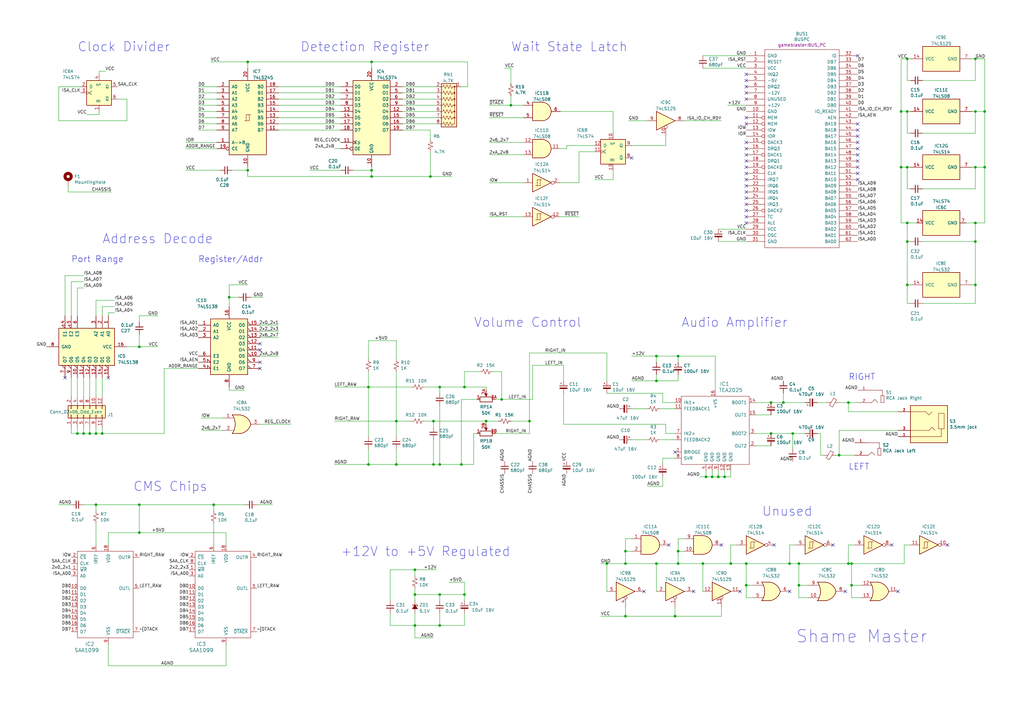
<source format=kicad_sch>
(kicad_sch (version 20211123) (generator eeschema)
  (paper "A3")
  (title_block (title "CT-1300C") (date "2023-02-07") (rev "1") (company "Derivative Labs, Inc."))
  (junction (at 199.39 172.72))
  (junction (at 400.05 116.84))
  (junction (at 269.24 231.14))
  (junction (at 152.4 69.85))
  (junction (at 372.11 24.13))
  (junction (at 256.54 252.73))
  (junction (at 190.5 243.84))
  (junction (at 349.25 240.03))
  (junction (at 87.63 207.01))
  (junction (at 400.05 24.13))
  (junction (at 248.92 231.14))
  (junction (at 400.05 99.06))
  (junction (at 288.29 231.14))
  (junction (at 209.55 43.18))
  (junction (at 276.86 252.73))
  (junction (at 299.72 231.14))
  (junction (at 294.64 195.58))
  (junction (at 369.57 68.58))
  (junction (at 180.34 256.54))
  (junction (at 316.23 177.8))
  (junction (at 152.4 72.39))
  (junction (at 306.07 240.03))
  (junction (at 57.15 207.01))
  (junction (at 327.66 240.03))
  (junction (at 256.54 231.14))
  (junction (at 369.57 45.72))
  (junction (at 400.05 91.44))
  (junction (at 101.6 69.85))
  (junction (at 400.05 68.58))
  (junction (at 177.8 172.72))
  (junction (at 347.98 165.1))
  (junction (at 57.15 218.44))
  (junction (at 344.17 186.69))
  (junction (at 31.75 177.8))
  (junction (at 349.25 231.14))
  (junction (at 189.23 190.5))
  (junction (at 217.17 172.72))
  (junction (at 180.34 243.84))
  (junction (at 292.1 195.58))
  (junction (at 321.31 165.1))
  (junction (at 325.12 177.8))
  (junction (at 278.13 226.06))
  (junction (at 316.23 165.1))
  (junction (at 57.15 142.24))
  (junction (at 39.37 207.01))
  (junction (at 327.66 231.14))
  (junction (at 39.37 177.8))
  (junction (at 151.13 158.75))
  (junction (at 372.11 99.06))
  (junction (at 372.11 116.84))
  (junction (at 403.86 68.58))
  (junction (at 101.6 25.4))
  (junction (at 297.18 195.58))
  (junction (at 176.53 72.39))
  (junction (at 170.18 256.54))
  (junction (at 170.18 233.68))
  (junction (at 269.24 146.05))
  (junction (at 278.13 146.05))
  (junction (at 180.34 158.75))
  (junction (at 306.07 231.14))
  (junction (at 256.54 226.06))
  (junction (at 278.13 231.14))
  (junction (at 177.8 190.5))
  (junction (at 162.56 190.5))
  (junction (at 323.85 231.14))
  (junction (at 372.11 45.72))
  (junction (at 372.11 68.58))
  (junction (at 180.34 190.5))
  (junction (at 162.56 172.72))
  (junction (at 41.91 177.8))
  (junction (at 151.13 190.5))
  (junction (at 269.24 156.21))
  (junction (at 205.74 163.83))
  (junction (at 34.29 177.8))
  (junction (at 190.5 158.75))
  (junction (at 372.11 91.44))
  (junction (at 170.18 243.84))
  (junction (at 152.4 25.4))
  (junction (at 400.05 45.72))
  (junction (at 36.83 177.8))
  (junction (at 93.98 121.92))
  (junction (at 289.56 195.58))
  (junction (at 347.98 231.14))
  (junction (at 403.86 45.72))
  (no_connect (at 346.71 242.57))
  (no_connect (at 106.68 140.97))
  (no_connect (at 351.79 55.88))
  (no_connect (at 276.86 185.42))
  (no_connect (at 306.07 88.9))
  (no_connect (at 306.07 63.5))
  (no_connect (at 295.91 223.52))
  (no_connect (at 351.79 68.58))
  (no_connect (at 306.07 35.56))
  (no_connect (at 306.07 48.26))
  (no_connect (at 351.79 63.5))
  (no_connect (at 303.53 242.57))
  (no_connect (at 306.07 68.58))
  (no_connect (at 351.79 53.34))
  (no_connect (at 306.07 91.44))
  (no_connect (at 351.79 71.12))
  (no_connect (at 306.07 33.02))
  (no_connect (at 351.79 66.04))
  (no_connect (at 306.07 78.74))
  (no_connect (at 351.79 60.96))
  (no_connect (at 306.07 81.28))
  (no_connect (at 368.3 242.57))
  (no_connect (at 306.07 71.12))
  (no_connect (at 306.07 50.8))
  (no_connect (at 306.07 76.2))
  (no_connect (at 351.79 58.42))
  (no_connect (at 306.07 73.66))
  (no_connect (at 306.07 38.1))
  (no_connect (at 317.5 223.52))
  (no_connect (at 306.07 30.48))
  (no_connect (at 306.07 86.36))
  (no_connect (at 365.76 223.52))
  (no_connect (at 306.07 58.42))
  (no_connect (at 274.32 223.52))
  (no_connect (at 341.63 223.52))
  (no_connect (at 306.07 66.04))
  (no_connect (at 351.79 22.86))
  (no_connect (at 259.08 64.77))
  (no_connect (at 306.07 60.96))
  (no_connect (at 264.16 242.57))
  (no_connect (at 106.68 143.51))
  (no_connect (at 306.07 40.64))
  (no_connect (at 351.79 50.8))
  (no_connect (at 44.45 154.94))
  (no_connect (at 26.67 154.94))
  (no_connect (at 351.79 73.66))
  (no_connect (at 388.62 223.52))
  (no_connect (at 306.07 83.82))
  (no_connect (at 323.85 242.57))
  (no_connect (at 106.68 148.59))
  (no_connect (at 284.48 242.57))
  (no_connect (at 106.68 151.13))
  (wire (pts (xy 180.34 251.46) (xy 180.34 256.54)))
  (wire (pts (xy 160.02 233.68) (xy 160.02 246.38)))
  (wire (pts (xy 306.07 231.14) (xy 306.07 240.03)))
  (wire (pts (xy 344.17 176.53) (xy 368.3 176.53)))
  (wire (pts (xy 152.4 68.58) (xy 152.4 69.85)))
  (wire (pts (xy 165.1 48.26) (xy 179.07 48.26)))
  (wire (pts (xy 81.28 45.72) (xy 88.9 45.72)))
  (wire (pts (xy 378.46 33.02) (xy 400.05 33.02)))
  (wire (pts (xy 162.56 172.72) (xy 162.56 179.07)))
  (wire (pts (xy 195.58 163.83) (xy 189.23 163.83)))
  (wire (pts (xy 190.5 158.75) (xy 190.5 152.4)))
  (wire (pts (xy 137.16 172.72) (xy 162.56 172.72)))
  (wire (pts (xy 309.88 177.8) (xy 316.23 177.8)))
  (wire (pts (xy 41.91 125.73) (xy 46.99 125.73)))
  (wire (pts (xy 265.43 199.39) (xy 271.78 199.39)))
  (wire (pts (xy 114.3 40.64) (xy 139.7 40.64)))
  (wire (pts (xy 347.98 168.91) (xy 368.3 168.91)))
  (wire (pts (xy 316.23 177.8) (xy 325.12 177.8)))
  (wire (pts (xy 44.45 273.05) (xy 92.71 273.05)))
  (wire (pts (xy 372.11 99.06) (xy 372.11 116.84)))
  (wire (pts (xy 398.78 116.84) (xy 400.05 116.84)))
  (wire (pts (xy 400.05 68.58) (xy 403.86 68.58)))
  (wire (pts (xy 92.71 218.44) (xy 92.71 223.52)))
  (wire (pts (xy 190.5 243.84) (xy 190.5 238.76)))
  (wire (pts (xy 243.84 73.66) (xy 251.46 73.66)))
  (wire (pts (xy 92.71 264.16) (xy 92.71 273.05)))
  (wire (pts (xy 276.86 165.1) (xy 271.78 165.1)))
  (wire (pts (xy 24.13 207.01) (xy 29.21 207.01)))
  (wire (pts (xy 152.4 25.4) (xy 191.77 25.4)))
  (wire (pts (xy 273.05 177.8) (xy 273.05 173.99)))
  (wire (pts (xy 57.15 132.08) (xy 57.15 129.54)))
  (wire (pts (xy 67.31 177.8) (xy 67.31 151.13)))
  (wire (pts (xy 378.46 77.47) (xy 400.05 77.47)))
  (wire (pts (xy 170.18 243.84) (xy 170.18 246.38)))
  (wire (pts (xy 168.91 172.72) (xy 162.56 172.72)))
  (wire (pts (xy 26.67 113.03) (xy 26.67 129.54)))
  (wire (pts (xy 114.3 35.56) (xy 139.7 35.56)))
  (wire (pts (xy 177.8 190.5) (xy 180.34 190.5)))
  (wire (pts (xy 229.87 88.9) (xy 237.49 88.9)))
  (wire (pts (xy 400.05 91.44) (xy 403.86 91.44)))
  (wire (pts (xy 378.46 54.61) (xy 400.05 54.61)))
  (wire (pts (xy 93.98 158.75) (xy 93.98 160.02)))
  (wire (pts (xy 218.44 163.83) (xy 218.44 149.86)))
  (wire (pts (xy 34.29 175.26) (xy 34.29 177.8)))
  (wire (pts (xy 170.18 236.22) (xy 170.18 233.68)))
  (wire (pts (xy 327.66 245.11) (xy 331.47 245.11)))
  (wire (pts (xy 180.34 158.75) (xy 180.34 161.29)))
  (wire (pts (xy 44.45 223.52) (xy 44.45 218.44)))
  (wire (pts (xy 321.31 165.1) (xy 321.31 161.29)))
  (wire (pts (xy 151.13 139.7) (xy 162.56 139.7)))
  (wire (pts (xy 165.1 43.18) (xy 179.07 43.18)))
  (wire (pts (xy 278.13 146.05) (xy 293.37 146.05)))
  (wire (pts (xy 173.99 158.75) (xy 180.34 158.75)))
  (wire (pts (xy 162.56 184.15) (xy 162.56 190.5)))
  (wire (pts (xy 259.08 226.06) (xy 256.54 226.06)))
  (wire (pts (xy 207.01 27.94) (xy 209.55 27.94)))
  (wire (pts (xy 321.31 165.1) (xy 330.2 165.1)))
  (wire (pts (xy 34.29 207.01) (xy 39.37 207.01)))
  (wire (pts (xy 373.38 223.52) (xy 370.84 223.52)))
  (wire (pts (xy 114.3 38.1) (xy 139.7 38.1)))
  (wire (pts (xy 373.38 24.13) (xy 372.11 24.13)))
  (wire (pts (xy 34.29 154.94) (xy 34.29 162.56)))
  (wire (pts (xy 173.99 172.72) (xy 177.8 172.72)))
  (wire (pts (xy 189.23 35.56) (xy 191.77 35.56)))
  (wire (pts (xy 52.07 40.64) (xy 52.07 49.53)))
  (wire (pts (xy 396.24 91.44) (xy 400.05 91.44)))
  (wire (pts (xy 205.74 163.83) (xy 218.44 163.83)))
  (wire (pts (xy 294.64 99.06) (xy 306.07 99.06)))
  (wire (pts (xy 162.56 139.7) (xy 162.56 147.32)))
  (wire (pts (xy 144.78 69.85) (xy 152.4 69.85)))
  (wire (pts (xy 180.34 158.75) (xy 190.5 158.75)))
  (wire (pts (xy 76.2 60.96) (xy 88.9 60.96)))
  (wire (pts (xy 398.78 68.58) (xy 400.05 68.58)))
  (wire (pts (xy 269.24 146.05) (xy 269.24 148.59)))
  (wire (pts (xy 259.08 180.34) (xy 265.43 180.34)))
  (wire (pts (xy 342.9 186.69) (xy 344.17 186.69)))
  (wire (pts (xy 189.23 163.83) (xy 189.23 190.5)))
  (wire (pts (xy 269.24 156.21) (xy 278.13 156.21)))
  (wire (pts (xy 288.29 231.14) (xy 299.72 231.14)))
  (wire (pts (xy 248.92 231.14) (xy 256.54 231.14)))
  (wire (pts (xy 349.25 245.11) (xy 353.06 245.11)))
  (wire (pts (xy 184.15 238.76) (xy 190.5 238.76)))
  (wire (pts (xy 372.11 68.58) (xy 373.38 68.58)))
  (wire (pts (xy 256.54 231.14) (xy 269.24 231.14)))
  (wire (pts (xy 137.16 190.5) (xy 151.13 190.5)))
  (wire (pts (xy 327.66 231.14) (xy 327.66 240.03)))
  (wire (pts (xy 256.54 248.92) (xy 256.54 252.73)))
  (wire (pts (xy 271.78 165.1) (xy 271.78 161.29)))
  (wire (pts (xy 308.61 240.03) (xy 306.07 240.03)))
  (wire (pts (xy 273.05 59.69) (xy 273.05 55.88)))
  (wire (pts (xy 344.17 186.69) (xy 344.17 176.53)))
  (wire (pts (xy 331.47 240.03) (xy 327.66 240.03)))
  (wire (pts (xy 400.05 45.72) (xy 403.86 45.72)))
  (wire (pts (xy 323.85 231.14) (xy 327.66 231.14)))
  (wire (pts (xy 52.07 142.24) (xy 57.15 142.24)))
  (wire (pts (xy 93.98 160.02) (xy 100.33 160.02)))
  (wire (pts (xy 271.78 195.58) (xy 271.78 199.39)))
  (wire (pts (xy 306.07 231.14) (xy 323.85 231.14)))
  (wire (pts (xy 195.58 177.8) (xy 194.31 177.8)))
  (wire (pts (xy 248.92 231.14) (xy 248.92 242.57)))
  (wire (pts (xy 403.86 24.13) (xy 403.86 45.72)))
  (wire (pts (xy 344.17 165.1) (xy 347.98 165.1)))
  (wire (pts (xy 106.68 135.89) (xy 114.3 135.89)))
  (wire (pts (xy 229.87 45.72) (xy 251.46 45.72)))
  (wire (pts (xy 276.86 187.96) (xy 271.78 187.96)))
  (wire (pts (xy 400.05 116.84) (xy 400.05 99.06)))
  (wire (pts (xy 101.6 68.58) (xy 101.6 69.85)))
  (wire (pts (xy 271.78 187.96) (xy 271.78 190.5)))
  (wire (pts (xy 372.11 68.58) (xy 372.11 77.47)))
  (wire (pts (xy 40.64 29.21) (xy 43.18 29.21)))
  (wire (pts (xy 372.11 45.72) (xy 372.11 54.61)))
  (wire (pts (xy 165.1 45.72) (xy 179.07 45.72)))
  (wire (pts (xy 67.31 151.13) (xy 81.28 151.13)))
  (wire (pts (xy 165.1 53.34) (xy 176.53 53.34)))
  (wire (pts (xy 349.25 240.03) (xy 349.25 231.14)))
  (wire (pts (xy 151.13 147.32) (xy 151.13 139.7)))
  (wire (pts (xy 369.57 68.58) (xy 372.11 68.58)))
  (wire (pts (xy 229.87 74.93) (xy 237.49 74.93)))
  (wire (pts (xy 160.02 251.46) (xy 160.02 256.54)))
  (wire (pts (xy 162.56 152.4) (xy 162.56 172.72)))
  (wire (pts (xy 31.75 118.11) (xy 34.29 118.11)))
  (wire (pts (xy 309.88 182.88) (xy 316.23 182.88)))
  (wire (pts (xy 151.13 152.4) (xy 151.13 158.75)))
  (wire (pts (xy 293.37 160.02) (xy 293.37 146.05)))
  (wire (pts (xy 372.11 45.72) (xy 373.38 45.72)))
  (wire (pts (xy 232.41 60.96) (xy 232.41 59.69)))
  (wire (pts (xy 39.37 154.94) (xy 39.37 162.56)))
  (wire (pts (xy 369.57 45.72) (xy 369.57 68.58)))
  (wire (pts (xy 102.87 121.92) (xy 107.95 121.92)))
  (wire (pts (xy 44.45 129.54) (xy 44.45 128.27)))
  (wire (pts (xy 165.1 35.56) (xy 179.07 35.56)))
  (wire (pts (xy 309.88 165.1) (xy 316.23 165.1)))
  (wire (pts (xy 259.08 220.98) (xy 256.54 220.98)))
  (wire (pts (xy 177.8 180.34) (xy 177.8 190.5)))
  (wire (pts (xy 209.55 172.72) (xy 217.17 172.72)))
  (wire (pts (xy 256.54 220.98) (xy 256.54 226.06)))
  (wire (pts (xy 41.91 129.54) (xy 41.91 125.73)))
  (wire (pts (xy 57.15 207.01) (xy 39.37 207.01)))
  (wire (pts (xy 27.94 76.2) (xy 27.94 78.74)))
  (wire (pts (xy 190.5 256.54) (xy 180.34 256.54)))
  (wire (pts (xy 298.45 43.18) (xy 306.07 43.18)))
  (wire (pts (xy 190.5 158.75) (xy 199.39 158.75)))
  (wire (pts (xy 372.11 116.84) (xy 372.11 124.46)))
  (wire (pts (xy 33.02 35.56) (xy 24.13 35.56)))
  (wire (pts (xy 203.2 177.8) (xy 217.17 177.8)))
  (wire (pts (xy 372.11 33.02) (xy 373.38 33.02)))
  (wire (pts (xy 280.67 49.53) (xy 295.91 49.53)))
  (wire (pts (xy 276.86 248.92) (xy 276.86 252.73)))
  (wire (pts (xy 165.1 40.64) (xy 179.07 40.64)))
  (wire (pts (xy 101.6 25.4) (xy 152.4 25.4)))
  (wire (pts (xy 325.12 177.8) (xy 325.12 184.15)))
  (wire (pts (xy 353.06 240.03) (xy 349.25 240.03)))
  (wire (pts (xy 218.44 149.86) (xy 231.14 149.86)))
  (wire (pts (xy 400.05 33.02) (xy 400.05 24.13)))
  (wire (pts (xy 278.13 146.05) (xy 269.24 146.05)))
  (wire (pts (xy 29.21 177.8) (xy 31.75 177.8)))
  (wire (pts (xy 39.37 123.19) (xy 46.99 123.19)))
  (wire (pts (xy 162.56 190.5) (xy 151.13 190.5)))
  (wire (pts (xy 269.24 153.67) (xy 269.24 156.21)))
  (wire (pts (xy 400.05 124.46) (xy 400.05 116.84)))
  (wire (pts (xy 87.63 209.55) (xy 87.63 207.01)))
  (wire (pts (xy 378.46 124.46) (xy 400.05 124.46)))
  (wire (pts (xy 372.11 124.46) (xy 373.38 124.46)))
  (wire (pts (xy 93.98 116.84) (xy 101.6 116.84)))
  (wire (pts (xy 398.78 45.72) (xy 400.05 45.72)))
  (wire (pts (xy 325.12 177.8) (xy 330.2 177.8)))
  (wire (pts (xy 205.74 152.4) (xy 205.74 163.83)))
  (wire (pts (xy 201.93 152.4) (xy 205.74 152.4)))
  (wire (pts (xy 114.3 43.18) (xy 139.7 43.18)))
  (wire (pts (xy 306.07 245.11) (xy 308.61 245.11)))
  (wire (pts (xy 200.66 63.5) (xy 214.63 63.5)))
  (wire (pts (xy 29.21 175.26) (xy 29.21 177.8)))
  (wire (pts (xy 190.5 243.84) (xy 190.5 246.38)))
  (wire (pts (xy 246.38 231.14) (xy 248.92 231.14)))
  (wire (pts (xy 273.05 173.99) (xy 231.14 173.99)))
  (wire (pts (xy 176.53 53.34) (xy 176.53 57.15)))
  (wire (pts (xy 269.24 231.14) (xy 278.13 231.14)))
  (wire (pts (xy 81.28 35.56) (xy 88.9 35.56)))
  (wire (pts (xy 400.05 77.47) (xy 400.05 68.58)))
  (wire (pts (xy 299.72 193.04) (xy 299.72 195.58)))
  (wire (pts (xy 24.13 35.56) (xy 24.13 49.53)))
  (wire (pts (xy 189.23 190.5) (xy 194.31 190.5)))
  (wire (pts (xy 336.55 177.8) (xy 336.55 186.69)))
  (wire (pts (xy 114.3 50.8) (xy 139.7 50.8)))
  (wire (pts (xy 259.08 59.69) (xy 273.05 59.69)))
  (wire (pts (xy 400.05 54.61) (xy 400.05 45.72)))
  (wire (pts (xy 378.46 99.06) (xy 400.05 99.06)))
  (wire (pts (xy 237.49 62.23) (xy 243.84 62.23)))
  (wire (pts (xy 194.31 177.8) (xy 194.31 190.5)))
  (wire (pts (xy 106.68 138.43) (xy 114.3 138.43)))
  (wire (pts (xy 176.53 72.39) (xy 185.42 72.39)))
  (wire (pts (xy 309.88 170.18) (xy 316.23 170.18)))
  (wire (pts (xy 259.08 146.05) (xy 269.24 146.05)))
  (wire (pts (xy 276.86 177.8) (xy 273.05 177.8)))
  (wire (pts (xy 372.11 91.44) (xy 375.92 91.44)))
  (wire (pts (xy 398.78 24.13) (xy 400.05 24.13)))
  (wire (pts (xy 191.77 25.4) (xy 191.77 35.56)))
  (wire (pts (xy 31.75 177.8) (xy 34.29 177.8)))
  (wire (pts (xy 36.83 154.94) (xy 36.83 162.56)))
  (wire (pts (xy 288.29 27.94) (xy 306.07 27.94)))
  (wire (pts (xy 177.8 190.5) (xy 162.56 190.5)))
  (wire (pts (xy 323.85 223.52) (xy 323.85 231.14)))
  (wire (pts (xy 270.51 167.64) (xy 276.86 167.64)))
  (wire (pts (xy 101.6 72.39) (xy 152.4 72.39)))
  (wire (pts (xy 288.29 22.86) (xy 306.07 22.86)))
  (wire (pts (xy 44.45 218.44) (xy 57.15 218.44)))
  (wire (pts (xy 297.18 193.04) (xy 297.18 195.58)))
  (wire (pts (xy 101.6 69.85) (xy 101.6 72.39)))
  (wire (pts (xy 86.36 25.4) (xy 101.6 25.4)))
  (wire (pts (xy 44.45 264.16) (xy 44.45 273.05)))
  (wire (pts (xy 257.81 49.53) (xy 265.43 49.53)))
  (wire (pts (xy 39.37 214.63) (xy 39.37 223.52)))
  (wire (pts (xy 177.8 172.72) (xy 199.39 172.72)))
  (wire (pts (xy 369.57 45.72) (xy 372.11 45.72)))
  (wire (pts (xy 170.18 256.54) (xy 170.18 251.46)))
  (wire (pts (xy 57.15 218.44) (xy 92.71 218.44)))
  (wire (pts (xy 270.51 180.34) (xy 276.86 180.34)))
  (wire (pts (xy 190.5 251.46) (xy 190.5 256.54)))
  (wire (pts (xy 200.66 48.26) (xy 214.63 48.26)))
  (wire (pts (xy 40.64 45.72) (xy 40.64 46.99)))
  (wire (pts (xy 299.72 231.14) (xy 306.07 231.14)))
  (wire (pts (xy 209.55 34.29) (xy 209.55 27.94)))
  (wire (pts (xy 170.18 233.68) (xy 179.07 233.68)))
  (wire (pts (xy 81.28 38.1) (xy 88.9 38.1)))
  (wire (pts (xy 302.26 223.52) (xy 299.72 223.52)))
  (wire (pts (xy 269.24 231.14) (xy 269.24 242.57)))
  (wire (pts (xy 209.55 43.18) (xy 214.63 43.18)))
  (wire (pts (xy 297.18 195.58) (xy 294.64 195.58)))
  (wire (pts (xy 278.13 226.06) (xy 280.67 226.06)))
  (wire (pts (xy 316.23 165.1) (xy 321.31 165.1)))
  (wire (pts (xy 292.1 195.58) (xy 289.56 195.58)))
  (wire (pts (xy 29.21 154.94) (xy 29.21 162.56)))
  (wire (pts (xy 209.55 39.37) (xy 209.55 43.18)))
  (wire (pts (xy 101.6 27.94) (xy 101.6 25.4)))
  (wire (pts (xy 217.17 144.78) (xy 248.92 144.78)))
  (wire (pts (xy 27.94 78.74) (xy 45.72 78.74)))
  (wire (pts (xy 114.3 53.34) (xy 139.7 53.34)))
  (wire (pts (xy 39.37 129.54) (xy 39.37 123.19)))
  (wire (pts (xy 87.63 207.01) (xy 100.33 207.01)))
  (wire (pts (xy 106.68 133.35) (xy 114.3 133.35)))
  (wire (pts (xy 180.34 243.84) (xy 180.34 246.38)))
  (wire (pts (xy 403.86 45.72) (xy 403.86 68.58)))
  (wire (pts (xy 180.34 256.54) (xy 170.18 256.54)))
  (wire (pts (xy 57.15 129.54) (xy 64.77 129.54)))
  (wire (pts (xy 87.63 214.63) (xy 87.63 223.52)))
  (wire (pts (xy 369.57 68.58) (xy 369.57 91.44)))
  (wire (pts (xy 200.66 74.93) (xy 214.63 74.93)))
  (wire (pts (xy 259.08 167.64) (xy 265.43 167.64)))
  (wire (pts (xy 82.55 176.53) (xy 91.44 176.53)))
  (wire (pts (xy 231.14 173.99) (xy 231.14 161.29)))
  (wire (pts (xy 347.98 165.1) (xy 347.98 168.91)))
  (wire (pts (xy 106.68 173.99) (xy 119.38 173.99)))
  (wire (pts (xy 81.28 50.8) (xy 88.9 50.8)))
  (wire (pts (xy 292.1 193.04) (xy 292.1 195.58)))
  (wire (pts (xy 31.75 129.54) (xy 31.75 118.11)))
  (wire (pts (xy 168.91 158.75) (xy 151.13 158.75)))
  (wire (pts (xy 271.78 161.29) (xy 248.92 161.29)))
  (wire (pts (xy 350.52 223.52) (xy 347.98 223.52)))
  (wire (pts (xy 40.64 30.48) (xy 40.64 29.21)))
  (wire (pts (xy 170.18 233.68) (xy 160.02 233.68)))
  (wire (pts (xy 152.4 69.85) (xy 152.4 72.39)))
  (wire (pts (xy 29.21 115.57) (xy 29.21 129.54)))
  (wire (pts (xy 31.75 154.94) (xy 31.75 162.56)))
  (wire (pts (xy 76.2 69.85) (xy 90.17 69.85)))
  (wire (pts (xy 294.64 193.04) (xy 294.64 195.58)))
  (wire (pts (xy 372.11 99.06) (xy 373.38 99.06)))
  (wire (pts (xy 170.18 256.54) (xy 170.18 261.62)))
  (wire (pts (xy 36.83 175.26) (xy 36.83 177.8)))
  (wire (pts (xy 369.57 91.44) (xy 372.11 91.44)))
  (wire (pts (xy 39.37 207.01) (xy 39.37 209.55)))
  (wire (pts (xy 256.54 252.73) (xy 276.86 252.73)))
  (wire (pts (xy 176.53 62.23) (xy 176.53 72.39)))
  (wire (pts (xy 200.66 43.18) (xy 209.55 43.18)))
  (wire (pts (xy 76.2 58.42) (xy 88.9 58.42)))
  (wire (pts (xy 190.5 152.4) (xy 196.85 152.4)))
  (wire (pts (xy 199.39 172.72) (xy 204.47 172.72)))
  (wire (pts (xy 57.15 137.16) (xy 57.15 142.24)))
  (wire (pts (xy 114.3 45.72) (xy 139.7 45.72)))
  (wire (pts (xy 344.17 186.69) (xy 350.52 186.69)))
  (wire (pts (xy 41.91 175.26) (xy 41.91 177.8)))
  (wire (pts (xy 34.29 177.8) (xy 36.83 177.8)))
  (wire (pts (xy 152.4 72.39) (xy 176.53 72.39)))
  (wire (pts (xy 372.11 24.13) (xy 372.11 33.02)))
  (wire (pts (xy 203.2 163.83) (xy 205.74 163.83)))
  (wire (pts (xy 369.57 24.13) (xy 369.57 45.72)))
  (wire (pts (xy 251.46 73.66) (xy 251.46 69.85)))
  (wire (pts (xy 299.72 223.52) (xy 299.72 231.14)))
  (wire (pts (xy 327.66 240.03) (xy 327.66 245.11)))
  (wire (pts (xy 151.13 158.75) (xy 151.13 179.07)))
  (wire (pts (xy 278.13 146.05) (xy 278.13 148.59)))
  (wire (pts (xy 259.08 156.21) (xy 269.24 156.21)))
  (wire (pts (xy 48.26 40.64) (xy 52.07 40.64)))
  (wire (pts (xy 180.34 243.84) (xy 190.5 243.84)))
  (wire (pts (xy 347.98 223.52) (xy 347.98 231.14)))
  (wire (pts (xy 306.07 240.03) (xy 306.07 245.11)))
  (wire (pts (xy 165.1 50.8) (xy 179.07 50.8)))
  (wire (pts (xy 294.64 93.98) (xy 306.07 93.98)))
  (wire (pts (xy 127 69.85) (xy 139.7 69.85)))
  (wire (pts (xy 295.91 248.92) (xy 295.91 252.73)))
  (wire (pts (xy 93.98 121.92) (xy 93.98 116.84)))
  (wire (pts (xy 39.37 175.26) (xy 39.37 177.8)))
  (wire (pts (xy 288.29 231.14) (xy 288.29 242.57)))
  (wire (pts (xy 372.11 91.44) (xy 372.11 99.06)))
  (wire (pts (xy 200.66 58.42) (xy 214.63 58.42)))
  (wire (pts (xy 93.98 125.73) (xy 93.98 121.92)))
  (wire (pts (xy 246.38 252.73) (xy 256.54 252.73)))
  (wire (pts (xy 289.56 193.04) (xy 289.56 195.58)))
  (wire (pts (xy 372.11 116.84) (xy 373.38 116.84)))
  (wire (pts (xy 152.4 25.4) (xy 152.4 27.94)))
  (wire (pts (xy 335.28 177.8) (xy 336.55 177.8)))
  (wire (pts (xy 327.66 231.14) (xy 347.98 231.14)))
  (wire (pts (xy 29.21 115.57) (xy 34.29 115.57)))
  (wire (pts (xy 177.8 172.72) (xy 177.8 175.26)))
  (wire (pts (xy 349.25 240.03) (xy 349.25 245.11)))
  (wire (pts (xy 93.98 121.92) (xy 97.79 121.92)))
  (wire (pts (xy 231.14 156.21) (xy 231.14 149.86)))
  (wire (pts (xy 41.91 177.8) (xy 67.31 177.8)))
  (wire (pts (xy 137.16 60.96) (xy 139.7 60.96)))
  (wire (pts (xy 31.75 175.26) (xy 31.75 177.8)))
  (wire (pts (xy 35.56 46.99) (xy 40.64 46.99)))
  (wire (pts (xy 229.87 60.96) (xy 232.41 60.96)))
  (wire (pts (xy 170.18 261.62) (xy 177.8 261.62)))
  (wire (pts (xy 81.28 40.64) (xy 88.9 40.64)))
  (wire (pts (xy 347.98 165.1) (xy 351.79 165.1)))
  (wire (pts (xy 57.15 207.01) (xy 57.15 218.44)))
  (wire (pts (xy 81.28 48.26) (xy 88.9 48.26)))
  (wire (pts (xy 248.92 156.21) (xy 248.92 144.78)))
  (wire (pts (xy 217.17 172.72) (xy 217.17 177.8)))
  (wire (pts (xy 336.55 186.69) (xy 337.82 186.69)))
  (wire (pts (xy 114.3 48.26) (xy 139.7 48.26)))
  (wire (pts (xy 400.05 24.13) (xy 403.86 24.13)))
  (wire (pts (xy 347.98 231.14) (xy 349.25 231.14)))
  (wire (pts (xy 39.37 177.8) (xy 41.91 177.8)))
  (wire (pts (xy 370.84 223.52) (xy 370.84 231.14)))
  (wire (pts (xy 232.41 59.69) (xy 243.84 59.69)))
  (wire (pts (xy 278.13 231.14) (xy 288.29 231.14)))
  (wire (pts (xy 276.86 252.73) (xy 295.91 252.73)))
  (wire (pts (xy 199.39 172.72) (xy 199.39 173.99)))
  (wire (pts (xy 82.55 171.45) (xy 91.44 171.45)))
  (wire (pts (xy 57.15 207.01) (xy 87.63 207.01)))
  (wire (pts (xy 36.83 177.8) (xy 39.37 177.8)))
  (wire (pts (xy 180.34 166.37) (xy 180.34 190.5)))
  (wire (pts (xy 44.45 128.27) (xy 46.99 128.27)))
  (wire (pts (xy 217.17 144.78) (xy 217.17 172.72)))
  (wire (pts (xy 372.11 24.13) (xy 369.57 24.13)))
  (wire (pts (xy 26.67 113.03) (xy 34.29 113.03)))
  (wire (pts (xy 372.11 77.47) (xy 373.38 77.47)))
  (wire (pts (xy 335.28 165.1) (xy 339.09 165.1)))
  (wire (pts (xy 180.34 190.5) (xy 189.23 190.5)))
  (wire (pts (xy 326.39 223.52) (xy 323.85 223.52)))
  (wire (pts (xy 294.64 195.58) (xy 292.1 195.58)))
  (wire (pts (xy 280.67 220.98) (xy 278.13 220.98)))
  (wire (pts (xy 81.28 53.34) (xy 88.9 53.34)))
  (wire (pts (xy 151.13 190.5) (xy 151.13 184.15)))
  (wire (pts (xy 237.49 74.93) (xy 237.49 62.23)))
  (wire (pts (xy 170.18 243.84) (xy 180.34 243.84)))
  (wire (pts (xy 200.66 88.9) (xy 214.63 88.9)))
  (wire (pts (xy 81.28 43.18) (xy 88.9 43.18)))
  (wire (pts (xy 256.54 226.06) (xy 256.54 231.14)))
  (wire (pts (xy 251.46 45.72) (xy 251.46 54.61)))
  (wire (pts (xy 41.91 154.94) (xy 41.91 162.56)))
  (wire (pts (xy 57.15 142.24) (xy 64.77 142.24)))
  (wire (pts (xy 160.02 256.54) (xy 170.18 256.54)))
  (wire (pts (xy 199.39 158.75) (xy 199.39 160.02)))
  (wire (pts (xy 349.25 231.14) (xy 370.84 231.14)))
  (wire (pts (xy 137.16 158.75) (xy 151.13 158.75)))
  (wire (pts (xy 289.56 195.58) (xy 287.02 195.58)))
  (wire (pts (xy 372.11 54.61) (xy 373.38 54.61)))
  (wire (pts (xy 278.13 156.21) (xy 278.13 153.67)))
  (wire (pts (xy 105.41 207.01) (xy 111.76 207.01)))
  (wire (pts (xy 278.13 220.98) (xy 278.13 226.06)))
  (wire (pts (xy 24.13 49.53) (xy 52.07 49.53)))
  (wire (pts (xy 400.05 99.06) (xy 400.05 91.44)))
  (wire (pts (xy 106.68 146.05) (xy 114.3 146.05)))
  (wire (pts (xy 403.86 68.58) (xy 403.86 91.44)))
  (wire (pts (xy 278.13 226.06) (xy 278.13 231.14)))
  (wire (pts (xy 95.25 69.85) (xy 101.6 69.85)))
  (wire (pts (xy 170.18 241.3) (xy 170.18 243.84)))
  (wire (pts (xy 165.1 38.1) (xy 179.07 38.1)))
  (wire (pts (xy 299.72 195.58) (xy 297.18 195.58)))
  (text "Register/Addr" (at 81.28 107.95 0) (effects (font (size 2.54 2.54)) (justify left bottom)))
  (text "Port Range" (at 29.21 107.95 0) (effects (font (size 2.54 2.54)) (justify left bottom)))
  (text "Wait State Latch" (at 209.55 21.59 0) (effects (font (size 3.81 3.81)) (justify left bottom)))
  (text "Detection Register" (at 123.19 21.59 0) (effects (font (size 3.81 3.81)) (justify left bottom)))
  (text "Shame Master" (at 326.39 264.16 0) (effects (font (size 5.08 5.08)) (justify left bottom)))
  (text "Volume Control" (at 194.31 134.62 0) (effects (font (size 3.81 3.81)) (justify left bottom)))
  (text "+12V to +5V Regulated" (at 139.7 228.6 0) (effects (font (size 3.81 3.81)) (justify left bottom)))
  (text "Address Decode" (at 41.91 100.33 0) (effects (font (size 3.81 3.81)) (justify left bottom)))
  (text "LEFT" (at 347.98 193.04 0) (effects (font (size 2.54 2.54)) (justify left bottom)))
  (text "RIGHT" (at 347.98 156.21 0) (effects (font (size 2.54 2.54)) (justify left bottom)))
  (text "Clock Divider" (at 31.75 21.59 0) (effects (font (size 3.81 3.81)) (justify left bottom)))
  (text "CMS Chips" (at 54.61 201.93 0) (effects (font (size 3.81 3.81)) (justify left bottom)))
  (text "Audio Amplifier" (at 279.4 134.62 0) (effects (font (size 3.81 3.81)) (justify left bottom)))
  (text "Unused" (at 312.42 212.09 0) (effects (font (size 3.81 3.81)) (justify left bottom)))
  (label "DB6" (at 29.21 256.54 180))
  (label "VCC" (at 243.84 73.66 0))
  (label "GND" (at 100.33 160.02 180))
  (label "ISA_A00" (at 29.21 236.22 180))
  (label "+5VD" (at 62.23 218.44 0))
  (label "DB3" (at 77.47 248.92 180))
  (label "IOR" (at 306.07 55.88 180))
  (label "DB4" (at 29.21 251.46 180))
  (label "AGND" (at 254 167.64 180))
  (label "2xA_2xB" (at 114.3 146.05 180))
  (label "AGND" (at 325.12 189.23 180))
  (label "IOW" (at 77.47 228.6 180))
  (label "ISA_A09" (at 351.79 76.2 0))
  (label "ISA_A09" (at 34.29 118.11 0))
  (label "ISA_AEN" (at 351.79 48.26 0))
  (label "LEFT_RAW" (at 137.16 158.75 0))
  (label "AGND" (at 24.13 207.01 0))
  (label "ISA_A06" (at 351.79 83.82 0))
  (label "D4" (at 351.79 33.02 0))
  (label "IOW" (at 306.07 53.34 180))
  (label "ISA_A06" (at 46.99 123.19 0))
  (label "ISA_AEN" (at 81.28 148.59 180))
  (label "LEFT_RAW" (at 57.15 241.3 0))
  (label "VCC" (at 246.38 252.73 0))
  (label "VCC" (at 76.2 69.85 0))
  (label "DB0" (at 133.35 35.56 0))
  (label "DB1" (at 133.35 38.1 0))
  (label "D0" (at 351.79 43.18 0))
  (label "AGND" (at 254 180.34 180))
  (label "~{DTACK}" (at 200.66 43.18 0))
  (label "DB7" (at 77.47 259.08 180))
  (label "2x0_2x1" (at 29.21 233.68 180))
  (label "D2" (at 351.79 38.1 0))
  (label "ISA_RST" (at 306.07 25.4 180))
  (label "D7" (at 351.79 25.4 0))
  (label "D7" (at 81.28 53.34 0))
  (label "SAA_CLK" (at 48.26 35.56 0))
  (label "LEFT_RAW" (at 105.41 241.3 0))
  (label "D1" (at 351.79 40.64 0))
  (label "AGND" (at 111.76 207.01 180))
  (label "VCC" (at 306.07 93.98 180))
  (label "DB5" (at 166.37 48.26 0))
  (label "ISA_A08" (at 351.79 78.74 0))
  (label "DB7" (at 166.37 53.34 0))
  (label "GND" (at 306.07 22.86 180))
  (label "VCC" (at 232.41 189.23 90))
  (label "ISA_A07" (at 351.79 81.28 0))
  (label "AGND" (at 232.41 194.31 270))
  (label "DB4" (at 166.37 45.72 0))
  (label "ISA_A02" (at 81.28 135.89 180))
  (label "DB6" (at 77.47 256.54 180))
  (label "VCC" (at 101.6 116.84 180))
  (label "DB2" (at 133.35 40.64 0))
  (label "ISA_A03" (at 81.28 138.43 180))
  (label "ISA_A00" (at 351.79 99.06 0))
  (label "GND" (at 306.07 99.06 180))
  (label "DB0" (at 77.47 241.3 180))
  (label "AGND" (at 351.79 160.02 180))
  (label "ISA_A03" (at 351.79 91.44 0))
  (label "DB2" (at 29.21 246.38 180))
  (label "CHASSIS" (at 45.72 78.74 180))
  (label "DB0" (at 166.37 35.56 0))
  (label "ISA_A05" (at 46.99 125.73 0))
  (label "2x6_2x7" (at 114.3 138.43 180))
  (label "GND" (at 246.38 231.14 0))
  (label "ISA_A01" (at 351.79 96.52 0))
  (label "AGND" (at 259.08 156.21 0))
  (label "VCC" (at 35.56 46.99 180))
  (label "DB5" (at 77.47 254 180))
  (label "RIGHT_RAW" (at 105.41 228.6 0))
  (label "AGND" (at 321.31 156.21 180))
  (label "ISA_A04" (at 46.99 128.27 0))
  (label "DB0" (at 29.21 241.3 180))
  (label "DB3" (at 133.35 43.18 0))
  (label "2x2_2x3" (at 77.47 233.68 180))
  (label "DB1" (at 29.21 243.84 180))
  (label "D2" (at 81.28 40.64 0))
  (label "ISA_A05" (at 351.79 86.36 0))
  (label "GND" (at 19.05 142.24 180))
  (label "AGND" (at 207.01 189.23 90))
  (label "+12V" (at 259.08 146.05 0))
  (label "GND" (at 306.07 45.72 180))
  (label "GND" (at 400.05 24.13 0))
  (label "D3" (at 81.28 43.18 0))
  (label "D0" (at 81.28 35.56 0))
  (label "VCC" (at 64.77 142.24 180))
  (label "DB4" (at 77.47 251.46 180))
  (label "GND" (at 185.42 72.39 180))
  (label "+12V" (at 179.07 233.68 180))
  (label "ISA_A04" (at 351.79 88.9 0))
  (label "VCC" (at 207.01 27.94 0))
  (label "ISA_CLK" (at 306.07 96.52 180))
  (label "REG_CLOCK" (at 139.7 58.42 180))
  (label "DB6" (at 133.35 50.8 0))
  (label "DB7" (at 133.35 53.34 0))
  (label "D1" (at 81.28 38.1 0))
  (label "DB3" (at 29.21 248.92 180))
  (label "LEFT_IN" (at 215.9 163.83 180))
  (label "ADDR_RANGE" (at 81.28 151.13 180))
  (label "DB6" (at 166.37 50.8 0))
  (label "D4" (at 81.28 45.72 0))
  (label "2x2_2x3" (at 114.3 135.89 180))
  (label "2x6_2x7" (at 82.55 176.53 0))
  (label "CHASSIS" (at 207.01 194.31 270))
  (label "IOW" (at 29.21 228.6 180))
  (label "VCC" (at 306.07 27.94 180))
  (label "GND" (at 107.95 121.92 180))
  (label "SAA_CLK" (at 77.47 231.14 180))
  (label "DB2" (at 77.47 246.38 180))
  (label "AGND" (at 265.43 199.39 0))
  (label "REG_CLOCK" (at 119.38 173.99 180))
  (label "ISA_IO_CH_RDY" (at 295.91 49.53 180))
  (label "AGND" (at 66.04 273.05 0))
  (label "RIGHT_RAW" (at 57.15 228.6 0))
  (label "D5" (at 81.28 48.26 0))
  (label "IOW" (at 82.55 171.45 0))
  (label "ISA_A02" (at 351.79 93.98 0))
  (label "DB4" (at 133.35 45.72 0))
  (label "ISA_A07" (at 34.29 115.57 0))
  (label "DB5" (at 29.21 254 180))
  (label "D5" (at 351.79 30.48 0))
  (label "~{DTACK" (at 57.15 259.08 0))
  (label "+12V" (at 298.45 43.18 0))
  (label "IOW" (at 200.66 74.93 0))
  (label "DB7" (at 29.21 259.08 180))
  (label "ISA_RST" (at 200.66 88.9 0))
  (label "VCC" (at 86.36 25.4 0))
  (label "DB1" (at 77.47 243.84 180))
  (label "ISA_A01" (at 81.28 133.35 180))
  (label "~{RESET}" (at 237.49 88.9 180))
  (label "VCC" (at 127 69.85 0))
  (label "2x6_2x7" (at 200.66 58.42 0))
  (label "2xA_2xB" (at 137.16 60.96 180))
  (label "+5VD" (at 184.15 238.76 0))
  (label "CHASSIS" (at 218.44 194.31 270))
  (label "DB3" (at 166.37 43.18 0))
  (label "GND" (at 64.77 129.54 180))
  (label "AGND" (at 218.44 189.23 90))
  (label "ISA_CLK" (at 33.02 38.1 180))
  (label "AGND" (at 287.02 195.58 180))
  (label "VCC" (at 372.11 24.13 180))
  (label "D3" (at 351.79 35.56 0))
  (label "~{DTACK" (at 105.41 259.08 0))
  (label "DB2" (at 166.37 40.64 0))
  (label "GND" (at 257.81 49.53 0))
  (label "2xA_2xB" (at 200.66 63.5 0))
  (label "D6" (at 81.28 50.8 0))
  (label "+5VD" (at 153.67 139.7 0))
  (label "AGND" (at 177.8 261.62 180))
  (label "ADDR_RANGE" (at 76.2 60.96 0))
  (label "RIGHT_IN" (at 223.52 144.78 0))
  (label "DB5" (at 133.35 48.26 0))
  (label "2x0_2x1" (at 114.3 133.35 180))
  (label "RIGHT_RAW" (at 137.16 172.72 0))
  (label "ISA_A08" (at 34.29 113.03 0))
  (label "ISA_A00" (at 77.47 236.22 180))
  (label "LEFT_IN" (at 223.52 149.86 0))
  (label "DB1" (at 166.37 38.1 0))
  (label "AGND" (at 368.3 179.07 180))
  (label "AGND" (at 350.52 181.61 180))
  (label "AGND" (at 137.16 190.5 0))
  (label "~{RESET}" (at 200.66 48.26 0))
  (label "ISA_IO_CH_RDY" (at 351.79 45.72 0))
  (label "RIGHT_IN" (at 215.9 177.8 180))
  (label "SAA_CLK" (at 29.21 231.14 180))
  (label "D6" (at 351.79 27.94 0))
  (label "VCC" (at 81.28 146.05 180))
  (label "IOR" (at 76.2 58.42 0))
  (label "VCC" (at 43.18 29.21 0))
  (symbol (lib_id "74xx:74LS74") (at 40.64 38.1 0) (unit 1)
    (property "Reference" "IC6" (at 27.94 29.21 0))
    (property "Value" "74LS74" (at 29.21 31.75 0))
    (property "Footprint" "gameblaster:DIP254P762X635-14" (effects hide))
    (property "Datasheet" "74xx/74hc_hct74.pdf" (effects hide))
  )
  (symbol (lib_id "74xx:74LS74") (at 386.08 91.44 90) (unit 3)
    (property "Reference" "IC6" (at 386.08 85.09 90))
    (property "Value" "74LS74" (at 386.08 82.55 90))
    (property "Footprint" "gameblaster:DIP254P762X635-14" (effects hide))
    (property "Datasheet" "74xx/74hc_hct74.pdf" (effects hide))
  )
  (symbol (lib_id "74xx:74LS138") (at 93.98 140.97 0) (unit 1)
    (property "Reference" "IC10" (at 82.55 123.19 0))
    (property "Value" "74LS138" (at 85.09 125.73 0))
    (property "Footprint" "gameblaster:DIP254P762X635-16" (effects hide))
    (property "Datasheet" "http://www.ti.com/lit/gpn/sn74LS138" (effects hide))
  )
  (symbol (lib_id "74xx:74LS138") (at 36.83 142.24 270) (unit 1)
    (property "Reference" "IC5" (at 48.26 146.05 90) (effects (justify left)))
    (property "Value" "74LS138" (at 48.26 148.59 90) (effects (justify left)))
    (property "Footprint" "gameblaster:DIP254P762X635-16" (effects hide))
    (property "Datasheet" "http://www.ti.com/lit/gpn/sn74LS138" (effects hide))
  )
  (symbol (lib_id "Connector_Generic:Conn_02x06_Odd_Even") (at 34.29 170.18 90) (unit 1)
    (property "Reference" "J1" (at 44.1452 170.0784 90) (effects (justify right)))
    (property "Value" "Conn_02x06_Odd_Even" (at 20.32 168.91 90) (effects (justify right)))
    (property "Footprint" "gameblaster:SB_HDR_2X6" (effects hide))
  )
  (symbol (lib_id "gameblaster:SAA1099") (at 44.45 241.3 0) (unit 1)
    (property "Reference" "IC2" (at 36.83 264.16 0) (effects (font (size 1.524 1.524))))
    (property "Value" "SAA1099" (at 35.56 266.7 0) (effects (font (size 1.524 1.524))))
    (property "Footprint" "gameblaster:DIP254P762X635-18" (effects hide))
  )
  (symbol (lib_id "gameblaster:TEA2025") (at 293.37 175.26 0) (unit 1)
    (property "Reference" "IC1" (at 297.18 157.48 0) (effects (font (size 1.524 1.524))))
    (property "Value" "TEA2025" (at 299.72 160.02 0) (effects (font (size 1.524 1.524))))
    (property "Footprint" "gameblaster:DIP254P762X635-16" (effects hide))
  )
  (symbol (lib_id "gameblaster:BUSPC") (at 328.93 60.96 0) (unit 1)
    (property "Reference" "BUS1" (at 328.93 13.843 0))
    (property "Value" "BUSPC" (at 328.93 16.1544 0))
    (property "Footprint" "gameblaster:BUS_PC" (at 328.93 18.4658 0))
  )
  (symbol (lib_id "gameblaster:SAA1099") (at 92.71 241.3 0) (unit 1)
    (property "Reference" "IC3" (at 82.55 264.16 0) (effects (font (size 1.524 1.524))))
    (property "Value" "SAA1099" (at 82.55 266.7 0) (effects (font (size 1.524 1.524))))
    (property "Footprint" "gameblaster:DIP254P762X635-18" (effects hide))
  )
  (symbol (lib_id "gameblaster:RCJ-042") (at 355.6 184.15 180) (unit 1)
    (property "Reference" "S2" (at 362.0008 182.5498 0) (effects (justify right)))
    (property "Value" "RCA Jack Left" (at 362.0008 184.8612 0) (effects (justify right)))
    (property "Footprint" "gameblaster:CUI_RCJ-042" (effects hide))
    (property "Datasheet" " ~" (effects hide))
  )
  (symbol (lib_id "gameblaster:RCJ-042") (at 356.87 162.56 180) (unit 1)
    (property "Reference" "S1" (at 363.2708 160.9598 0) (effects (justify right)))
    (property "Value" "RCA Jack Right" (at 363.2708 163.2712 0) (effects (justify right)))
    (property "Footprint" "gameblaster:CUI_RCJ-042" (effects hide))
    (property "Datasheet" " ~" (effects hide))
  )
  (symbol (lib_id "gameblaster:SJ1-3553NG") (at 381 173.99 180) (unit 1)
    (property "Reference" "S3" (at 389.382 172.8216 0) (effects (justify right)))
    (property "Value" "3.5mm jack" (at 389.382 175.133 0) (effects (justify right)))
    (property "Footprint" "gameblaster:CUI_SJ1-3553NG" (effects hide))
  )
  (symbol (lib_id "Device:R_Small_US") (at 267.97 180.34 270) (unit 1)
    (property "Reference" "R3" (at 267.97 175.133 90))
    (property "Value" "1K" (at 267.97 177.4444 90))
    (property "Footprint" "gameblaster:RESA400" (effects hide))
  )
  (symbol (lib_id "Device:R_Small_US") (at 267.97 167.64 270) (unit 1)
    (property "Reference" "R4" (at 267.97 162.433 90))
    (property "Value" "1K" (at 267.97 164.7444 90))
    (property "Footprint" "gameblaster:RESA400" (effects hide))
  )
  (symbol (lib_id "Device:R_Small_US") (at 151.13 149.86 0) (unit 1)
    (property "Reference" "R9" (at 152.8572 148.6916 0) (effects (justify left)))
    (property "Value" "1K" (at 152.8572 151.003 0) (effects (justify left)))
    (property "Footprint" "gameblaster:RESA400" (effects hide))
  )
  (symbol (lib_id "Device:R_Small_US") (at 162.56 149.86 0) (unit 1)
    (property "Reference" "R10" (at 164.2872 148.6916 0) (effects (justify left)))
    (property "Value" "1K" (at 164.2872 151.003 0) (effects (justify left)))
    (property "Footprint" "gameblaster:RESA400" (effects hide))
  )
  (symbol (lib_id "Device:R_Small_US") (at 39.37 212.09 0) (unit 1)
    (property "Reference" "R7" (at 41.0972 210.9216 0) (effects (justify left)))
    (property "Value" "10K" (at 41.0972 213.233 0) (effects (justify left)))
    (property "Footprint" "gameblaster:RESA400" (effects hide))
  )
  (symbol (lib_id "Device:R_Small_US") (at 171.45 158.75 90) (unit 1)
    (property "Reference" "R11" (at 170.18 156.21 90) (effects (justify left)))
    (property "Value" "10K" (at 175.26 156.21 90) (effects (justify left)))
    (property "Footprint" "gameblaster:RESA400" (effects hide))
  )
  (symbol (lib_id "Device:R_Small_US") (at 171.45 172.72 90) (unit 1)
    (property "Reference" "R12" (at 170.18 170.18 90) (effects (justify left)))
    (property "Value" "10K" (at 175.26 170.18 90) (effects (justify left)))
    (property "Footprint" "gameblaster:RESA400" (effects hide))
  )
  (symbol (lib_id "Device:R_Small_US") (at 87.63 212.09 0) (unit 1)
    (property "Reference" "R5" (at 89.3572 210.9216 0) (effects (justify left)))
    (property "Value" "10K" (at 89.3572 213.233 0) (effects (justify left)))
    (property "Footprint" "gameblaster:RESA400" (effects hide))
  )
  (symbol (lib_id "gameblaster-rescue:C_Small-Adlib-cache") (at 325.12 186.69 0) (unit 1)
    (property "Reference" "C8" (at 327.4568 185.5216 0) (effects (justify left)))
    (property "Value" "0.1uF" (at 327.4568 187.833 0) (effects (justify left)))
    (property "Footprint" "gameblaster:CAPAC200" (effects hide))
  )
  (symbol (lib_id "gameblaster-rescue:C_Small-Adlib-cache") (at 269.24 151.13 0) (unit 1)
    (property "Reference" "C13" (at 271.5768 149.9616 0) (effects (justify left)))
    (property "Value" "0.1uF" (at 271.5768 152.273 0) (effects (justify left)))
    (property "Footprint" "gameblaster:CAPAC200" (effects hide))
  )
  (symbol (lib_id "gameblaster-rescue:C_Small-Adlib-cache") (at 375.92 33.02 270) (unit 1)
    (property "Reference" "C15" (at 373.38 36.83 90) (effects (justify left)))
    (property "Value" "0.1uF" (at 373.38 39.1414 90) (effects (justify left)))
    (property "Footprint" "gameblaster:CAPAC200" (effects hide))
  )
  (symbol (lib_id "gameblaster-rescue:C_Small-Adlib-cache") (at 375.92 54.61 270) (unit 1)
    (property "Reference" "C16" (at 373.38 58.42 90) (effects (justify left)))
    (property "Value" "0.1uF" (at 373.38 60.7314 90) (effects (justify left)))
    (property "Footprint" "gameblaster:CAPAC200" (effects hide))
  )
  (symbol (lib_id "gameblaster-rescue:C_Small-Adlib-cache") (at 375.92 77.47 270) (unit 1)
    (property "Reference" "C17" (at 373.38 81.28 90) (effects (justify left)))
    (property "Value" "0.1uF" (at 373.38 83.5914 90) (effects (justify left)))
    (property "Footprint" "gameblaster:CAPAC200" (effects hide))
  )
  (symbol (lib_id "gameblaster-rescue:C_Small-Adlib-cache") (at 321.31 158.75 180) (unit 1)
    (property "Reference" "C4" (at 323.6468 157.5816 0) (effects (justify right)))
    (property "Value" "0.1uF" (at 323.6468 159.893 0) (effects (justify right)))
    (property "Footprint" "gameblaster:CAPAC200" (effects hide))
  )
  (symbol (lib_id "gameblaster-rescue:C_Small-Adlib-cache") (at 142.24 69.85 270) (unit 1)
    (property "Reference" "C20" (at 134.62 66.04 90) (effects (justify left)))
    (property "Value" "0.1uF" (at 134.62 68.3514 90) (effects (justify left)))
    (property "Footprint" "gameblaster:CAPAC200" (effects hide))
  )
  (symbol (lib_id "gameblaster-rescue:C_Small-Adlib-cache") (at 31.75 207.01 270) (unit 1)
    (property "Reference" "C19" (at 29.21 210.82 90) (effects (justify left)))
    (property "Value" "0.1uF" (at 29.21 213.1314 90) (effects (justify left)))
    (property "Footprint" "gameblaster:CAPAC200" (effects hide))
  )
  (symbol (lib_id "gameblaster-rescue:C_Small-Adlib-cache") (at 102.87 207.01 270) (unit 1)
    (property "Reference" "C18" (at 100.33 211.0486 90) (effects (justify left)))
    (property "Value" "0.1uF" (at 100.33 213.36 90) (effects (justify left)))
    (property "Footprint" "gameblaster:CAPAC200" (effects hide))
  )
  (symbol (lib_id "gameblaster-rescue:C_Small-Adlib-cache") (at 375.92 99.06 270) (unit 1)
    (property "Reference" "C32" (at 373.38 103.0986 90) (effects (justify left)))
    (property "Value" "0.1uF" (at 373.38 105.41 90) (effects (justify left)))
    (property "Footprint" "gameblaster:CAPAC200" (effects hide))
  )
  (symbol (lib_id "gameblaster-rescue:CP_Small-Device") (at 248.92 158.75 0) (unit 1)
    (property "Reference" "C1" (at 251.1552 157.5816 0) (effects (justify left)))
    (property "Value" "10uF 16V" (at 251.1552 159.893 0) (effects (justify left)))
    (property "Footprint" "gameblaster:CAPAP100" (effects hide))
  )
  (symbol (lib_id "gameblaster-rescue:CP_Small-Device") (at 231.14 158.75 0) (unit 1)
    (property "Reference" "C11" (at 233.3752 157.5816 0) (effects (justify left)))
    (property "Value" "10uF 16V" (at 233.3752 159.893 0) (effects (justify left)))
    (property "Footprint" "gameblaster:CAPAP100" (effects hide))
  )
  (symbol (lib_id "gameblaster-rescue:CP_Small-Device") (at 232.41 191.77 0) (unit 1)
    (property "Reference" "C29" (at 234.6452 190.6016 0) (effects (justify left)))
    (property "Value" "10uF 16V" (at 234.6452 192.913 0) (effects (justify left)))
    (property "Footprint" "gameblaster:CAPAP100" (effects hide))
  )
  (symbol (lib_id "gameblaster-rescue:CP_Small-Device") (at 256.54 167.64 270) (unit 1)
    (property "Reference" "C2" (at 255.27 163.83 90) (effects (justify left)))
    (property "Value" "47uF 16V" (at 252.73 171.45 90) (effects (justify left)))
    (property "Footprint" "gameblaster:CAPAP100" (effects hide))
  )
  (symbol (lib_id "gameblaster-rescue:CP_Small-Device") (at 256.54 180.34 270) (unit 1)
    (property "Reference" "C10" (at 256.54 176.53 90))
    (property "Value" "47uF 16V" (at 256.54 184.15 90))
    (property "Footprint" "gameblaster:CAPAP100" (effects hide))
  )
  (symbol (lib_id "gameblaster-rescue:CP_Small-Device") (at 294.64 96.52 0) (mirror y) (unit 1)
    (property "Reference" "C30" (at 292.4048 95.3516 0) (effects (justify left)))
    (property "Value" "10uF 16V" (at 292.4048 97.663 0) (effects (justify left)))
    (property "Footprint" "gameblaster:CAPAP100" (effects hide))
  )
  (symbol (lib_id "gameblaster-rescue:CP_Small-Device") (at 332.74 165.1 90) (unit 1)
    (property "Reference" "C5" (at 332.74 159.385 90))
    (property "Value" "470uF 16V" (at 332.74 161.6964 90))
    (property "Footprint" "gameblaster:CAPAP200" (effects hide))
  )
  (symbol (lib_id "gameblaster-rescue:CP_Small-Device") (at 271.78 193.04 0) (unit 1)
    (property "Reference" "C12" (at 265.43 191.77 0) (effects (justify left)))
    (property "Value" "100uF 16V" (at 259.08 195.58 0) (effects (justify left)))
    (property "Footprint" "gameblaster:CAPAP200" (effects hide))
  )
  (symbol (lib_id "gameblaster-rescue:CP_Small-Device") (at 316.23 167.64 0) (unit 1)
    (property "Reference" "C3" (at 318.4652 166.4716 0) (effects (justify left)))
    (property "Value" "100uF 16V" (at 318.4652 168.783 0) (effects (justify left)))
    (property "Footprint" "gameblaster:CAPAP200" (effects hide))
  )
  (symbol (lib_id "gameblaster-rescue:CP_Small-Device") (at 316.23 180.34 0) (unit 1)
    (property "Reference" "C6" (at 318.4652 179.1716 0) (effects (justify left)))
    (property "Value" "100uF 16V" (at 318.4652 181.483 0) (effects (justify left)))
    (property "Footprint" "gameblaster:CAPAP200" (effects hide))
  )
  (symbol (lib_id "gameblaster-rescue:CP_Small-Device") (at 278.13 151.13 0) (unit 1)
    (property "Reference" "C7" (at 280.3652 149.9616 0) (effects (justify left)))
    (property "Value" "100uF 16V" (at 280.3652 152.273 0) (effects (justify left)))
    (property "Footprint" "gameblaster:CAPAP200" (effects hide))
  )
  (symbol (lib_id "gameblaster-rescue:CP_Small-Device") (at 332.74 177.8 90) (unit 1)
    (property "Reference" "C9" (at 332.74 180.34 90))
    (property "Value" "470uF 16V" (at 332.74 175.26 90))
    (property "Footprint" "gameblaster:CAPAP200" (effects hide))
  )
  (symbol (lib_id "gameblaster-rescue:C_Small-Adlib-cache") (at 288.29 25.4 0) (unit 1)
    (property "Reference" "C37" (at 290.6268 24.2316 0) (effects (justify left)))
    (property "Value" "680pF" (at 290.6268 26.543 0) (effects (justify left)))
    (property "Footprint" "gameblaster:CAPAC200" (effects hide))
  )
  (symbol (lib_id "gameblaster-rescue:C_Small-Adlib-cache") (at 218.44 191.77 0) (unit 1)
    (property "Reference" "C38" (at 220.7768 190.6016 0) (effects (justify left)))
    (property "Value" "680pF" (at 220.7768 192.913 0) (effects (justify left)))
    (property "Footprint" "gameblaster:CAPAC200" (effects hide))
  )
  (symbol (lib_id "Mechanical:MountingHole_Pad") (at 27.94 73.66 0) (unit 1)
    (property "Reference" "F1" (at 30.48 72.4154 0) (effects (justify left)))
    (property "Value" "MountingHole" (at 30.48 74.7268 0) (effects (justify left)))
    (property "Footprint" "gameblaster:MNT_KEYSTONE_9202" (effects hide))
  )
  (symbol (lib_id "gameblaster-rescue:Ferrite_Bead_Small-Device") (at 341.63 165.1 270) (unit 1)
    (property "Reference" "L1" (at 341.63 161.417 90))
    (property "Value" "Ferrite_Bead_Small" (effects hide))
    (property "Footprint" "gameblaster:INDA500P780X750" (effects hide))
  )
  (symbol (lib_id "gameblaster-rescue:Ferrite_Bead_Small-Device") (at 340.36 186.69 270) (unit 1)
    (property "Reference" "L2" (at 340.36 183.007 90))
    (property "Value" "Ferrite_Bead_Small" (effects hide))
    (property "Footprint" "gameblaster:INDA500P780X750" (effects hide))
  )
  (symbol (lib_id "gameblaster-rescue:C_Small-Adlib-cache") (at 100.33 121.92 270) (unit 1)
    (property "Reference" "C14" (at 99.06 125.73 90) (effects (justify left)))
    (property "Value" "0.1uF" (at 99.06 128.0414 90) (effects (justify left)))
    (property "Footprint" "gameblaster:CAPAC200" (effects hide))
  )
  (symbol (lib_id "gameblaster-rescue:C_Small-Adlib-cache") (at 57.15 134.62 0) (unit 1)
    (property "Reference" "C27" (at 49.53 135.6614 0) (effects (justify left)))
    (property "Value" "0.1uF" (at 49.53 133.35 0) (effects (justify left)))
    (property "Footprint" "gameblaster:CAPAC200" (effects hide))
  )
  (symbol (lib_id "gameblaster-rescue:C_Small-Adlib-cache") (at 151.13 181.61 0) (unit 1)
    (property "Reference" "C23" (at 153.4668 180.4416 0) (effects (justify left)))
    (property "Value" "680pF" (at 153.4668 182.753 0) (effects (justify left)))
    (property "Footprint" "gameblaster:CAPAC200" (effects hide))
  )
  (symbol (lib_id "gameblaster-rescue:C_Small-Adlib-cache") (at 162.56 181.61 0) (unit 1)
    (property "Reference" "C24" (at 164.8968 180.4416 0) (effects (justify left)))
    (property "Value" "680pF" (at 164.8968 182.753 0) (effects (justify left)))
    (property "Footprint" "gameblaster:CAPAC200" (effects hide))
  )
  (symbol (lib_id "gameblaster-rescue:C_Small-Adlib-cache") (at 177.8 177.8 0) (unit 1)
    (property "Reference" "C25" (at 180.1368 176.6316 0) (effects (justify left)))
    (property "Value" "680pF" (at 180.1368 178.943 0) (effects (justify left)))
    (property "Footprint" "gameblaster:CAPAC200" (effects hide))
  )
  (symbol (lib_id "gameblaster-rescue:C_Small-Adlib-cache") (at 180.34 163.83 0) (unit 1)
    (property "Reference" "C26" (at 182.6768 162.6616 0) (effects (justify left)))
    (property "Value" "680pF" (at 182.6768 164.973 0) (effects (justify left)))
    (property "Footprint" "gameblaster:CAPAC200" (effects hide))
  )
  (symbol (lib_id "gameblaster-rescue:C_Small-Adlib-cache") (at 92.71 69.85 90) (unit 1)
    (property "Reference" "C28" (at 93.98 75.9714 90) (effects (justify left)))
    (property "Value" "0.1uF" (at 93.98 73.66 90) (effects (justify left)))
    (property "Footprint" "gameblaster:CAPAC200" (effects hide))
  )
  (symbol (lib_id "Device:D_Zener_Small_Filled") (at 170.18 248.92 270) (unit 1)
    (property "Reference" "ZD1" (at 171.958 248.0853 90) (effects (justify left)))
    (property "Value" "5.1V" (at 171.958 250.6222 90) (effects (justify left)))
    (property "Footprint" "gameblaster:DIOA400" (effects hide))
  )
  (symbol (lib_id "Device:C_Small") (at 180.34 248.92 0) (unit 1)
    (property "Reference" "C33" (at 182.6641 248.0916 0) (effects (justify left)))
    (property "Value" "0.1uF" (at 182.6641 250.6285 0) (effects (justify left)))
    (property "Footprint" "gameblaster:CAPAC200" (effects hide))
  )
  (symbol (lib_id "74xx:74LS08") (at 222.25 60.96 0) (unit 4)
    (property "Reference" "IC11" (at 222.25 53.4502 0))
    (property "Value" "74LS08" (at 222.25 55.9871 0))
    (property "Footprint" "gameblaster:DIP254P762X635-14" (effects hide))
    (property "Datasheet" "http://www.ti.com/lit/gpn/sn74LS08" (effects hide))
  )
  (symbol (lib_id "74xx:74LS08") (at 288.29 223.52 0) (unit 3)
    (property "Reference" "IC11" (at 288.29 216.0102 0))
    (property "Value" "74LS08" (at 288.29 218.5471 0))
    (property "Footprint" "gameblaster:DIP254P762X635-14" (effects hide))
    (property "Datasheet" "http://www.ti.com/lit/gpn/sn74LS08" (effects hide))
  )
  (symbol (lib_id "74xx:74LS32") (at 386.08 116.84 90) (unit 5)
    (property "Reference" "IC8" (at 386.08 108.0602 90))
    (property "Value" "74LS32" (at 386.08 110.5971 90))
    (property "Footprint" "gameblaster:DIP254P762X635-14" (effects hide))
    (property "Datasheet" "http://www.ti.com/lit/gpn/sn74LS32" (effects hide))
  )
  (symbol (lib_id "74xx:74LS374") (at 152.4 48.26 0) (unit 1)
    (property "Reference" "IC4" (at 154.4194 29.3202 0) (effects (justify left)))
    (property "Value" "74LS374" (at 154.4194 31.8571 0) (effects (justify left)))
    (property "Footprint" "gameblaster:DIP254P762X635-20" (effects hide))
    (property "Datasheet" "http://www.ti.com/lit/gpn/sn74LS374" (effects hide))
  )
  (symbol (lib_id "Device:R_Network07_US") (at 184.15 43.18 270) (unit 1)
    (property "Reference" "RN1" (at 183.896 30.5902 90))
    (property "Value" "4.7K" (at 183.896 33.1271 90))
    (property "Footprint" "Resistor_THT:R_Array_SIP8" (effects hide))
    (property "Datasheet" "http://www.vishay.com/docs/31509/csc.pdf" (effects hide))
  )
  (symbol (lib_id "gameblaster-rescue:CP_Small-Device") (at 190.5 248.92 0) (unit 1)
    (property "Reference" "C34" (at 194.31 247.65 0))
    (property "Value" "10uF 16V" (at 198.12 250.19 0))
    (property "Footprint" "gameblaster:CAPAP100" (effects hide))
  )
  (symbol (lib_id "74xx:74LS125") (at 273.05 49.53 0) (unit 3)
    (property "Reference" "IC9" (at 273.05 42.0202 0))
    (property "Value" "74LS125" (at 273.05 44.5571 0))
    (property "Footprint" "gameblaster:DIP254P762X635-14" (effects hide))
    (property "Datasheet" "http://www.ti.com/lit/gpn/sn74LS125" (effects hide))
  )
  (symbol (lib_id "Device:R_Small_US") (at 170.18 238.76 0) (unit 1)
    (property "Reference" "R8" (at 171.9072 237.5916 0) (effects (justify left)))
    (property "Value" "10K" (at 171.9072 239.903 0) (effects (justify left)))
    (property "Footprint" "gameblaster:RESA400" (effects hide))
  )
  (symbol (lib_id "74xx:74LS08") (at 386.08 45.72 90) (unit 5)
    (property "Reference" "IC11" (at 386.08 36.9402 90))
    (property "Value" "74LS08" (at 386.08 39.4771 90))
    (property "Footprint" "gameblaster:DIP254P762X635-14" (effects hide))
    (property "Datasheet" "http://www.ti.com/lit/gpn/sn74LS08" (effects hide))
  )
  (symbol (lib_id "74xx:74LS14") (at 381 223.52 0) (unit 5)
    (property "Reference" "IC12" (at 381 216.0102 0))
    (property "Value" "74LS14" (at 381 218.5471 0))
    (property "Footprint" "gameblaster:DIP254P762X635-14" (effects hide))
    (property "Datasheet" "http://www.ti.com/lit/gpn/sn74LS14" (effects hide))
  )
  (symbol (lib_id "74xx:74LS32") (at 316.23 242.57 0) (unit 2)
    (property "Reference" "IC8" (at 316.23 233.68 0))
    (property "Value" "74LS32" (at 316.23 236.22 0))
    (property "Footprint" "gameblaster:DIP254P762X635-14" (effects hide))
    (property "Datasheet" "http://www.ti.com/lit/gpn/sn74LS32" (effects hide))
  )
  (symbol (lib_id "gameblaster:R_Potentiometer_Bourns_PDB08") (at 199.39 177.8 90) (unit 2)
    (property "Reference" "RP1" (at 199.39 180.8464 90))
    (property "Value" "50K" (at 199.39 183.3833 90))
    (property "Footprint" "gameblaster:GB_BOURNS_PDB08-DUAL" (effects hide))
  )
  (symbol (lib_id "74xx:74LS14") (at 334.01 223.52 0) (unit 3)
    (property "Reference" "IC12" (at 334.01 216.0102 0))
    (property "Value" "74LS14" (at 334.01 218.5471 0))
    (property "Footprint" "gameblaster:DIP254P762X635-14" (effects hide))
    (property "Datasheet" "http://www.ti.com/lit/gpn/sn74LS14" (effects hide))
  )
  (symbol (lib_id "Device:C_Small") (at 160.02 248.92 0) (unit 1)
    (property "Reference" "C31" (at 162.3441 248.0916 0) (effects (justify left)))
    (property "Value" "0.1uF" (at 162.3441 250.6285 0) (effects (justify left)))
    (property "Footprint" "gameblaster:CAPAC200" (effects hide))
  )
  (symbol (lib_id "74xx:74LS125") (at 295.91 242.57 0) (unit 4)
    (property "Reference" "IC9" (at 295.91 235.0602 0))
    (property "Value" "74LS125" (at 295.91 237.5971 0))
    (property "Footprint" "gameblaster:DIP254P762X635-14" (effects hide))
    (property "Datasheet" "http://www.ti.com/lit/gpn/sn74LS125" (effects hide))
  )
  (symbol (lib_id "74xx:74LS74") (at 251.46 62.23 0) (unit 2)
    (property "Reference" "IC6" (at 238.76 53.34 0))
    (property "Value" "74LS74" (at 240.03 55.88 0))
    (property "Footprint" "gameblaster:DIP254P762X635-14" (effects hide))
    (property "Datasheet" "74xx/74hc_hct74.pdf" (effects hide))
  )
  (symbol (lib_id "74xx:74LS32") (at 339.09 242.57 0) (unit 3)
    (property "Reference" "IC8" (at 339.09 233.68 0))
    (property "Value" "74LS32" (at 339.09 236.22 0))
    (property "Footprint" "gameblaster:DIP254P762X635-14" (effects hide))
    (property "Datasheet" "http://www.ti.com/lit/gpn/sn74LS32" (effects hide))
  )
  (symbol (lib_id "74xx:74LS32") (at 360.68 242.57 0) (unit 4)
    (property "Reference" "IC8" (at 360.68 233.68 0))
    (property "Value" "74LS32" (at 360.68 236.22 0))
    (property "Footprint" "gameblaster:DIP254P762X635-14" (effects hide))
    (property "Datasheet" "http://www.ti.com/lit/gpn/sn74LS32" (effects hide))
  )
  (symbol (lib_id "74xx:74LS125") (at 386.08 24.13 90) (unit 5)
    (property "Reference" "IC9" (at 386.08 15.3502 90))
    (property "Value" "74LS125" (at 386.08 17.8871 90))
    (property "Footprint" "gameblaster:DIP254P762X635-14" (effects hide))
    (property "Datasheet" "http://www.ti.com/lit/gpn/sn74LS125" (effects hide))
  )
  (symbol (lib_id "74xx:74LS32") (at 99.06 173.99 0) (unit 1)
    (property "Reference" "IC8" (at 99.06 165.1 0))
    (property "Value" "74LS32" (at 99.06 167.64 0))
    (property "Footprint" "gameblaster:DIP254P762X635-14" (effects hide))
    (property "Datasheet" "http://www.ti.com/lit/gpn/sn74LS32" (effects hide))
  )
  (symbol (lib_id "gameblaster-rescue:C_Small-Adlib-cache") (at 375.92 124.46 270) (unit 1)
    (property "Reference" "C21" (at 373.38 128.4986 90) (effects (justify left)))
    (property "Value" "0.1uF" (at 373.38 130.81 90) (effects (justify left)))
    (property "Footprint" "gameblaster:CAPAC200" (effects hide))
  )
  (symbol (lib_id "74xx:74LS08") (at 266.7 223.52 0) (unit 1)
    (property "Reference" "IC11" (at 266.7 216.0102 0))
    (property "Value" "74LS08" (at 266.7 218.5471 0))
    (property "Footprint" "gameblaster:DIP254P762X635-14" (effects hide))
    (property "Datasheet" "http://www.ti.com/lit/gpn/sn74LS08" (effects hide))
  )
  (symbol (lib_id "74xx:74LS125") (at 256.54 242.57 0) (unit 2)
    (property "Reference" "IC9" (at 256.54 235.0602 0))
    (property "Value" "74LS125" (at 256.54 237.5971 0))
    (property "Footprint" "gameblaster:DIP254P762X635-14" (effects hide))
    (property "Datasheet" "http://www.ti.com/lit/gpn/sn74LS125" (effects hide))
  )
  (symbol (lib_id "74xx:74LS14") (at 309.88 223.52 0) (unit 2)
    (property "Reference" "IC12" (at 309.88 216.0102 0))
    (property "Value" "74LS14" (at 309.88 218.5471 0))
    (property "Footprint" "gameblaster:DIP254P762X635-14" (effects hide))
    (property "Datasheet" "http://www.ti.com/lit/gpn/sn74LS14" (effects hide))
  )
  (symbol (lib_id "74xx:74LS245") (at 101.6 48.26 0) (unit 1)
    (property "Reference" "IC7" (at 103.6194 29.3202 0) (effects (justify left)))
    (property "Value" "74LS245" (at 103.6194 31.8571 0) (effects (justify left)))
    (property "Footprint" "gameblaster:DIP254P762X635-20" (effects hide))
    (property "Datasheet" "http://www.ti.com/lit/gpn/sn74LS245" (effects hide))
  )
  (symbol (lib_id "gameblaster:R_Potentiometer_Bourns_PDB08") (at 199.39 163.83 90) (unit 1)
    (property "Reference" "RP1" (at 199.39 166.8764 90))
    (property "Value" "50K" (at 199.39 169.4133 90))
    (property "Footprint" "gameblaster:GB_BOURNS_PDB08-DUAL" (effects hide))
  )
  (symbol (lib_id "Device:R_Small_US") (at 199.39 152.4 90) (unit 1)
    (property "Reference" "R2" (at 198.12 149.86 90) (effects (justify left)))
    (property "Value" "15K" (at 203.2 149.86 90) (effects (justify left)))
    (property "Footprint" "gameblaster:RESA400" (effects hide))
  )
  (symbol (lib_id "74xx:74LS125") (at 276.86 242.57 0) (unit 1)
    (property "Reference" "IC9" (at 276.86 235.0602 0))
    (property "Value" "74LS125" (at 276.86 237.5971 0))
    (property "Footprint" "gameblaster:DIP254P762X635-14" (effects hide))
    (property "Datasheet" "http://www.ti.com/lit/gpn/sn74LS125" (effects hide))
  )
  (symbol (lib_id "gameblaster-rescue:C_Small-Adlib-cache") (at 207.01 191.77 0) (unit 1)
    (property "Reference" "C22" (at 209.3468 190.6016 0) (effects (justify left)))
    (property "Value" "680pF" (at 209.3468 192.913 0) (effects (justify left)))
    (property "Footprint" "gameblaster:CAPAC200" (effects hide))
  )
  (symbol (lib_id "Device:R_Small_US") (at 176.53 59.69 0) (unit 1)
    (property "Reference" "R6" (at 179.07 55.88 0))
    (property "Value" "4.7K" (at 180.34 62.23 0))
    (property "Footprint" "gameblaster:RESA400" (effects hide))
  )
  (symbol (lib_id "74xx:74LS14") (at 222.25 74.93 0) (unit 1)
    (property "Reference" "IC12" (at 222.25 67.4202 0))
    (property "Value" "74LS14" (at 222.25 69.9571 0))
    (property "Footprint" "gameblaster:DIP254P762X635-14" (effects hide))
    (property "Datasheet" "http://www.ti.com/lit/gpn/sn74LS14" (effects hide))
  )
  (symbol (lib_id "74xx:74LS14") (at 222.25 88.9 0) (unit 6)
    (property "Reference" "IC12" (at 222.25 81.3902 0))
    (property "Value" "74LS14" (at 222.25 83.9271 0))
    (property "Footprint" "gameblaster:DIP254P762X635-14" (effects hide))
    (property "Datasheet" "http://www.ti.com/lit/gpn/sn74LS14" (effects hide))
  )
  (symbol (lib_id "74xx:74LS14") (at 386.08 68.58 90) (unit 7)
    (property "Reference" "IC12" (at 386.08 59.8002 90))
    (property "Value" "74LS14" (at 386.08 62.3371 90))
    (property "Footprint" "gameblaster:DIP254P762X635-14" (effects hide))
    (property "Datasheet" "http://www.ti.com/lit/gpn/sn74LS14" (effects hide))
  )
  (symbol (lib_id "Device:R_Small_US") (at 207.01 172.72 90) (unit 1)
    (property "Reference" "R1" (at 205.74 170.18 90) (effects (justify left)))
    (property "Value" "15K" (at 210.82 170.18 90) (effects (justify left)))
    (property "Footprint" "gameblaster:RESA400" (effects hide))
  )
  (symbol (lib_id "74xx:74LS08") (at 222.25 45.72 0) (unit 2)
    (property "Reference" "IC11" (at 222.25 38.2102 0))
    (property "Value" "74LS08" (at 222.25 40.7471 0))
    (property "Footprint" "gameblaster:DIP254P762X635-14" (effects hide))
    (property "Datasheet" "http://www.ti.com/lit/gpn/sn74LS08" (effects hide))
  )
  (symbol (lib_id "Device:R_Small_US") (at 209.55 36.83 0) (unit 1)
    (property "Reference" "R19" (at 211.2772 35.6616 0) (effects (justify left)))
    (property "Value" "4.7K" (at 211.2772 37.973 0) (effects (justify left)))
    (property "Footprint" "gameblaster:RESA400" (effects hide))
  )
  (symbol (lib_id "74xx:74LS14") (at 358.14 223.52 0) (unit 4)
    (property "Reference" "IC12" (at 358.14 216.0102 0))
    (property "Value" "74LS14" (at 358.14 218.5471 0))
    (property "Footprint" "gameblaster:DIP254P762X635-14" (effects hide))
    (property "Datasheet" "http://www.ti.com/lit/gpn/sn74LS14" (effects hide))
  )
)
</source>
